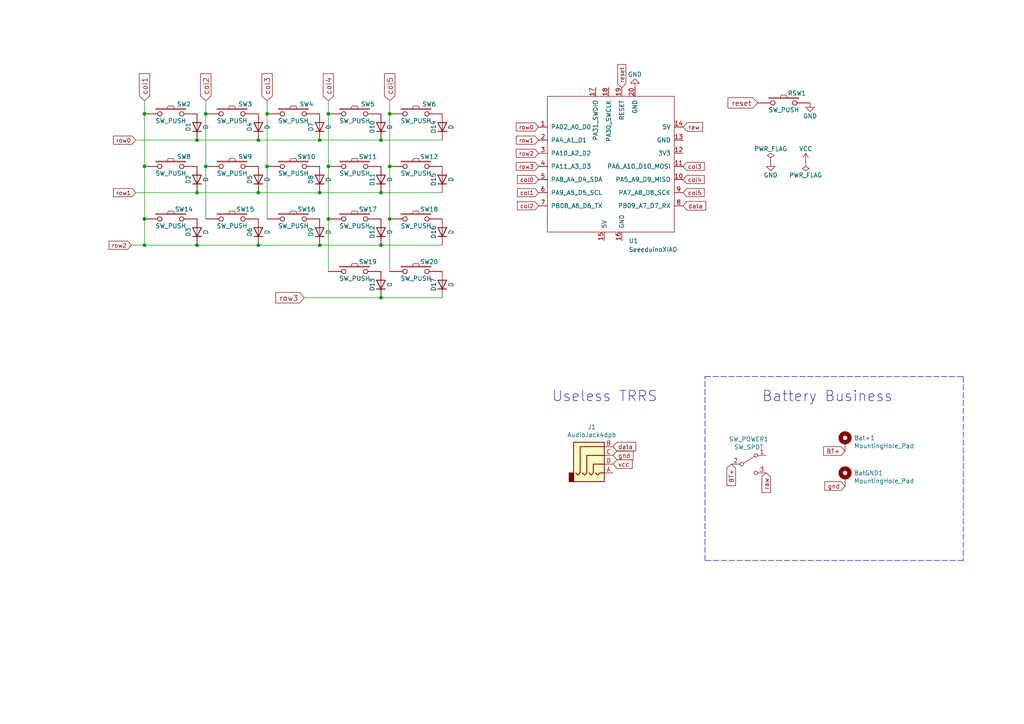
<source format=kicad_sch>
(kicad_sch (version 20211123) (generator eeschema)
  (paper "A4")
  (lib_symbols
    (symbol "Device:D" (pin_numbers hide) (pin_names (offset 1.016) hide)
      (property "Reference" "D" (at 0 2.54 0))
      (property "Value" "D" (at 0 -2.54 0))
      (symbol "D_0_1"
        (polyline (pts (xy -1.27 1.27) (xy -1.27 -1.27)) (stroke (width 0.254)))
        (polyline (pts (xy 1.27 0) (xy -1.27 0)))
        (polyline (pts (xy 1.27 1.27) (xy 1.27 -1.27) (xy -1.27 0) (xy 1.27 1.27)) (stroke (width 0.254)))
      )
      (symbol "D_1_1"
        (pin passive line (at -3.81 0 0) (length 2.54) (name "K") (number "1"))
        (pin passive line (at 3.81 0 180) (length 2.54) (name "A") (number "2"))
      )
    )
    (symbol "Mechanical:MountingHole_Pad" (pin_numbers hide) (pin_names (offset 1.016) hide)
      (property "Reference" "H" (at 0 6.35 0))
      (property "Value" "MountingHole_Pad" (at 0 4.445 0))
      (symbol "MountingHole_Pad_0_1"
        (circle (center 0 1.27) (radius 1.27) (stroke (width 1.27)))
      )
      (symbol "MountingHole_Pad_1_1"
        (pin input line (at 0 -2.54 90) (length 2.54) (name "1") (number "1"))
      )
    )
    (symbol "Switch:SW_SPDT" (pin_names (offset 0) hide)
      (property "Reference" "SW" (at 0 4.318 0))
      (property "Value" "SW_SPDT" (at 0 -5.08 0))
      (symbol "SW_SPDT_0_0"
        (circle (center -2.032 0) (radius 0.508))
        (circle (center 2.032 -2.54) (radius 0.508))
      )
      (symbol "SW_SPDT_0_1"
        (polyline (pts (xy -1.524 0.254) (xy 1.651 2.286)))
        (circle (center 2.032 2.54) (radius 0.508))
      )
      (symbol "SW_SPDT_1_1"
        (pin passive line (at 5.08 2.54 180) (length 2.54) (name "A") (number "1"))
        (pin passive line (at -5.08 0 0) (length 2.54) (name "B") (number "2"))
        (pin passive line (at 5.08 -2.54 180) (length 2.54) (name "C") (number "3"))
      )
    )
    (symbol "kbd:SW_PUSH" (pin_numbers hide) (pin_names (offset 1.016) hide)
      (property "Reference" "SW" (at 3.81 2.794 0))
      (property "Value" "kbd_SW_PUSH" (at 0 -2.032 0))
      (symbol "SW_PUSH_0_1"
        (rectangle (start -4.318 1.27) (end 4.318 1.524))
        (polyline (pts (xy -1.016 1.524) (xy -0.762 2.286) (xy 0.762 2.286) (xy 1.016 1.524)))
        (pin passive inverted (at -7.62 0 0) (length 5.08) (name "1") (number "1"))
        (pin passive inverted (at 7.62 0 180) (length 5.08) (name "2") (number "2"))
      )
    )
    (symbol "power:GND" (power) (pin_names (offset 0))
      (property "Value" "GND" (at 0 -3.81 0))
      (symbol "GND_0_1"
        (polyline (pts (xy 0 0) (xy 0 -1.27) (xy 1.27 -1.27) (xy 0 -2.54) (xy -1.27 -1.27) (xy 0 -1.27)))
      )
      (symbol "GND_1_1"
        (pin power_in line (at 0 0 270) (length 0) hide (name "GND") (number "1"))
      )
    )
    (symbol "power:PWR_FLAG" (power) (pin_numbers hide) (pin_names (offset 0) hide)
      (property "Value" "PWR_FLAG" (at 0 3.81 0))
      (symbol "PWR_FLAG_0_0"
        (pin power_out line (at 0 0 90) (length 0) (name "pwr") (number "1"))
      )
      (symbol "PWR_FLAG_0_1"
        (polyline (pts (xy 0 0) (xy 0 1.27) (xy -1.016 1.905) (xy 0 2.54) (xy 1.016 1.905) (xy 0 1.27)))
      )
    )
    (symbol "power:VCC" (power) (pin_names (offset 0))
      (property "Value" "VCC" (at 0 3.81 0))
      (symbol "VCC_0_1"
        (polyline (pts (xy -0.762 1.27) (xy 0 2.54)))
        (polyline (pts (xy 0 0) (xy 0 2.54)))
        (polyline (pts (xy 0 2.54) (xy 0.762 1.27)))
      )
      (symbol "VCC_1_1"
        (pin power_in line (at 0 0 90) (length 0) hide (name "VCC") (number "1"))
      )
    )
    (symbol "tokas_bp:AudioJack4dpb"
      (property "Reference" "J" (at 0 8.89 0))
      (property "Value" "tokas_bp_AudioJack4dpb" (at 0 6.35 0))
      (symbol "AudioJack4dpb_0_1"
        (rectangle (start -6.35 -5.08) (end -7.62 -7.62) (stroke (width 0.254)) (fill (type outline)))
        (polyline (pts (xy 0 -5.08) (xy 0.635 -5.715) (xy 1.27 -5.08) (xy 2.54 -5.08)) (stroke (width 0.254)))
        (polyline (pts (xy -5.715 -5.08) (xy -5.08 -5.715) (xy -4.445 -5.08) (xy -4.445 2.54) (xy 2.54 2.54)) (stroke (width 0.254)))
        (polyline (pts (xy -1.905 -5.08) (xy -1.27 -5.715) (xy -0.635 -5.08) (xy -0.635 -2.54) (xy 2.54 -2.54)) (stroke (width 0.254)))
        (polyline (pts (xy 2.54 0) (xy -2.54 0) (xy -2.54 -5.08) (xy -3.175 -5.715) (xy -3.81 -5.08)) (stroke (width 0.254)))
        (rectangle (start 2.54 3.81) (end -6.35 -7.62) (stroke (width 0.254)) (fill (type background)))
      )
      (symbol "AudioJack4dpb_1_1"
        (pin passive line (at 5.08 -5.08 180) (length 2.54) (name "~") (number "A"))
        (pin passive line (at 5.08 2.54 180) (length 2.54) (name "~") (number "B"))
        (pin passive line (at 5.08 0 180) (length 2.54) (name "~") (number "C"))
        (pin passive line (at 5.08 -2.54 180) (length 2.54) (name "~") (number "D"))
      )
    )
    (symbol "xaio:SeeeduinoXIAO" (pin_names (offset 1.016))
      (property "Reference" "U" (at -19.05 22.86 0))
      (property "Value" "SeeeduinoXIAO" (at -12.7 21.59 0))
      (symbol "SeeeduinoXIAO_0_1"
        (rectangle (start -19.05 20.32) (end 17.78 -19.05))
      )
      (symbol "SeeeduinoXIAO_1_1"
        (pin unspecified line (at -21.59 11.43 0) (length 2.54) (name "PA02_A0_D0") (number "1"))
        (pin unspecified line (at 20.32 -3.81 180) (length 2.54) (name "PA5_A9_D9_MISO") (number "10"))
        (pin unspecified line (at 20.32 0 180) (length 2.54) (name "PA6_A10_D10_MOSI") (number "11"))
        (pin unspecified line (at 20.32 3.81 180) (length 2.54) (name "3V3") (number "12"))
        (pin unspecified line (at 20.32 7.62 180) (length 2.54) (name "GND") (number "13"))
        (pin unspecified line (at 20.32 11.43 180) (length 2.54) (name "5V") (number "14"))
        (pin input line (at -2.54 -21.59 90) (length 2.54) (name "5V") (number "15"))
        (pin input line (at 2.54 -21.59 90) (length 2.54) (name "GND") (number "16"))
        (pin input line (at -5.08 22.86 270) (length 2.54) (name "PA31_SWDIO") (number "17"))
        (pin input line (at -1.27 22.86 270) (length 2.54) (name "PA30_SWCLK") (number "18"))
        (pin input line (at 2.54 22.86 270) (length 2.54) (name "RESET") (number "19"))
        (pin unspecified line (at -21.59 7.62 0) (length 2.54) (name "PA4_A1_D1") (number "2"))
        (pin input line (at 6.35 22.86 270) (length 2.54) (name "GND") (number "20"))
        (pin unspecified line (at -21.59 3.81 0) (length 2.54) (name "PA10_A2_D2") (number "3"))
        (pin unspecified line (at -21.59 0 0) (length 2.54) (name "PA11_A3_D3") (number "4"))
        (pin unspecified line (at -21.59 -3.81 0) (length 2.54) (name "PA8_A4_D4_SDA") (number "5"))
        (pin unspecified line (at -21.59 -7.62 0) (length 2.54) (name "PA9_A5_D5_SCL") (number "6"))
        (pin unspecified line (at -21.59 -11.43 0) (length 2.54) (name "PB08_A6_D6_TX") (number "7"))
        (pin unspecified line (at 20.32 -11.43 180) (length 2.54) (name "PB09_A7_D7_RX") (number "8"))
        (pin unspecified line (at 20.32 -7.62 180) (length 2.54) (name "PA7_A8_D8_SCK") (number "9"))
      )
    )
  )
  (junction (at 74.93 71.12))
  (junction (at 74.93 40.64))
  (junction (at 77.47 48.26))
  (junction (at 110.49 55.88))
  (junction (at 113.03 48.26))
  (junction (at 113.03 33.02))
  (junction (at 74.93 55.88))
  (junction (at 59.69 48.26))
  (junction (at 57.15 71.12))
  (junction (at 95.25 48.26))
  (junction (at 92.71 40.64))
  (junction (at 41.91 33.02))
  (junction (at 57.15 55.88))
  (junction (at 92.71 55.88))
  (junction (at 77.47 33.02))
  (junction (at 110.49 40.64))
  (junction (at 95.25 63.5))
  (junction (at 113.03 63.5))
  (junction (at 110.49 86.36))
  (junction (at 110.49 71.12))
  (junction (at 57.15 40.64))
  (junction (at 41.91 63.5))
  (junction (at 95.25 33.02))
  (junction (at 41.91 48.26))
  (junction (at 92.71 71.12))
  (junction (at 41.91 71.12))
  (junction (at 59.69 33.02))
  (wire (pts (xy 110.49 86.36) (xy 128.27 86.36)))
  (polyline (pts (xy 204.47 162.56) (xy 204.47 109.22)))
  (wire (pts (xy 92.71 55.88) (xy 110.49 55.88)))
  (polyline (pts (xy 204.47 109.22) (xy 279.4 109.22)))
  (wire (pts (xy 95.25 48.26) (xy 95.25 63.5)))
  (wire (pts (xy 57.15 55.88) (xy 74.93 55.88)))
  (wire (pts (xy 74.93 71.12) (xy 92.71 71.12)))
  (wire (pts (xy 41.91 33.02) (xy 41.91 48.26)))
  (wire (pts (xy 59.69 29.21) (xy 59.69 33.02)))
  (wire (pts (xy 88.265 86.36) (xy 110.49 86.36)))
  (wire (pts (xy 38.1 71.12) (xy 41.91 71.12)))
  (wire (pts (xy 77.47 29.21) (xy 77.47 33.02)))
  (wire (pts (xy 39.37 40.64) (xy 57.15 40.64)))
  (wire (pts (xy 95.25 33.02) (xy 95.25 48.26)))
  (wire (pts (xy 74.93 55.88) (xy 92.71 55.88)))
  (wire (pts (xy 39.37 55.88) (xy 57.15 55.88)))
  (wire (pts (xy 57.15 71.12) (xy 74.93 71.12)))
  (wire (pts (xy 95.25 63.5) (xy 95.25 78.74)))
  (wire (pts (xy 77.47 48.26) (xy 77.47 63.5)))
  (wire (pts (xy 77.47 33.02) (xy 77.47 48.26)))
  (wire (pts (xy 59.69 33.02) (xy 59.69 48.26)))
  (polyline (pts (xy 279.4 109.22) (xy 279.4 162.56)))
  (wire (pts (xy 110.49 55.88) (xy 128.27 55.88)))
  (wire (pts (xy 110.49 40.64) (xy 128.27 40.64)))
  (wire (pts (xy 41.91 63.5) (xy 41.91 71.12)))
  (wire (pts (xy 41.91 71.12) (xy 57.15 71.12)))
  (wire (pts (xy 92.71 40.64) (xy 110.49 40.64)))
  (wire (pts (xy 113.03 63.5) (xy 113.03 78.74)))
  (wire (pts (xy 113.03 29.21) (xy 113.03 33.02)))
  (wire (pts (xy 113.03 33.02) (xy 113.03 48.26)))
  (wire (pts (xy 41.91 48.26) (xy 41.91 63.5)))
  (wire (pts (xy 95.25 29.21) (xy 95.25 33.02)))
  (wire (pts (xy 113.03 48.26) (xy 113.03 63.5)))
  (wire (pts (xy 57.15 40.64) (xy 74.93 40.64)))
  (wire (pts (xy 41.91 29.21) (xy 41.91 33.02)))
  (wire (pts (xy 59.69 48.26) (xy 59.69 63.5)))
  (wire (pts (xy 92.71 71.12) (xy 110.49 71.12)))
  (polyline (pts (xy 279.4 162.56) (xy 204.47 162.56)))
  (wire (pts (xy 110.49 71.12) (xy 128.27 71.12)))
  (wire (pts (xy 74.93 40.64) (xy 92.71 40.64)))
  (text "Battery Business" (at 220.98 116.84 0) (effects (font (size 2.9972 2.9972)) (justify left bottom)))
  (text "Useless TRRS\n" (at 160.02 116.84 0) (effects (font (size 2.9972 2.9972)) (justify left bottom)))
  (global_label "BT+" (shape input) (at 212.09 134.62 270) (property "Intersheet References" "${INTERSHEET_REFS}" (effects hide)))
  (global_label "gnd" (shape input) (at 177.8 132.08 0) (property "Intersheet References" "${INTERSHEET_REFS}" (effects hide)))
  (global_label "col4" (shape input) (at 198.12 52.07 0) (effects (font (size 1.1938 1.1938))) (property "Intersheet References" "${INTERSHEET_REFS}" (effects hide)))
  (global_label "raw" (shape input) (at 198.12 36.83 0) (property "Intersheet References" "${INTERSHEET_REFS}" (effects hide)))
  (global_label "col2" (shape input) (at 59.69 29.21 90) (effects (font (size 1.524 1.524))) (property "Intersheet References" "${INTERSHEET_REFS}" (effects hide)))
  (global_label "col5" (shape input) (at 113.03 29.21 90) (effects (font (size 1.524 1.524))) (property "Intersheet References" "${INTERSHEET_REFS}" (effects hide)))
  (global_label "row0" (shape input) (at 39.37 40.64 180) (effects (font (size 1.1938 1.1938))) (property "Intersheet References" "${INTERSHEET_REFS}" (effects hide)))
  (global_label "col0" (shape input) (at 156.21 52.07 180) (effects (font (size 1.1938 1.1938))) (property "Intersheet References" "${INTERSHEET_REFS}" (effects hide)))
  (global_label "col3" (shape input) (at 77.47 29.21 90) (effects (font (size 1.524 1.524))) (property "Intersheet References" "${INTERSHEET_REFS}" (effects hide)))
  (global_label "row3" (shape input) (at 156.21 48.26 180) (effects (font (size 1.1938 1.1938))) (property "Intersheet References" "${INTERSHEET_REFS}" (effects hide)))
  (global_label "col1" (shape input) (at 41.91 29.21 90) (effects (font (size 1.524 1.524))) (property "Intersheet References" "${INTERSHEET_REFS}" (effects hide)))
  (global_label "reset" (shape input) (at 180.34 25.4 90) (effects (font (size 1.1938 1.1938))) (property "Intersheet References" "${INTERSHEET_REFS}" (effects hide)))
  (global_label "col3" (shape input) (at 198.12 48.26 0) (effects (font (size 1.1938 1.1938))) (property "Intersheet References" "${INTERSHEET_REFS}" (effects hide)))
  (global_label "vcc" (shape input) (at 177.8 134.62 0) (property "Intersheet References" "${INTERSHEET_REFS}" (effects hide)))
  (global_label "row1" (shape input) (at 39.37 55.88 180) (effects (font (size 1.1938 1.1938))) (property "Intersheet References" "${INTERSHEET_REFS}" (effects hide)))
  (global_label "gnd" (shape input) (at 245.11 140.97 180) (property "Intersheet References" "${INTERSHEET_REFS}" (effects hide)))
  (global_label "col5" (shape input) (at 198.12 55.88 0) (effects (font (size 1.1938 1.1938))) (property "Intersheet References" "${INTERSHEET_REFS}" (effects hide)))
  (global_label "row3" (shape input) (at 88.265 86.36 180) (effects (font (size 1.524 1.524))) (property "Intersheet References" "${INTERSHEET_REFS}" (effects hide)))
  (global_label "row2" (shape input) (at 156.21 44.45 180) (effects (font (size 1.1938 1.1938))) (property "Intersheet References" "${INTERSHEET_REFS}" (effects hide)))
  (global_label "BT+" (shape input) (at 245.11 130.81 180) (property "Intersheet References" "${INTERSHEET_REFS}" (effects hide)))
  (global_label "col2" (shape input) (at 156.21 59.69 180) (effects (font (size 1.1938 1.1938))) (property "Intersheet References" "${INTERSHEET_REFS}" (effects hide)))
  (global_label "row2" (shape input) (at 38.1 71.12 180) (effects (font (size 1.1938 1.1938))) (property "Intersheet References" "${INTERSHEET_REFS}" (effects hide)))
  (global_label "col4" (shape input) (at 95.25 29.21 90) (effects (font (size 1.524 1.524))) (property "Intersheet References" "${INTERSHEET_REFS}" (effects hide)))
  (global_label "row0" (shape input) (at 156.21 36.83 180) (effects (font (size 1.1938 1.1938))) (property "Intersheet References" "${INTERSHEET_REFS}" (effects hide)))
  (global_label "row1" (shape input) (at 156.21 40.64 180) (effects (font (size 1.1938 1.1938))) (property "Intersheet References" "${INTERSHEET_REFS}" (effects hide)))
  (global_label "data" (shape input) (at 198.12 59.69 0) (property "Intersheet References" "${INTERSHEET_REFS}" (effects hide)))
  (global_label "data" (shape input) (at 177.8 129.54 0) (property "Intersheet References" "${INTERSHEET_REFS}" (effects hide)))
  (global_label "raw" (shape input) (at 222.25 137.16 270) (property "Intersheet References" "${INTERSHEET_REFS}" (effects hide)))
  (global_label "reset" (shape input) (at 219.71 29.845 180) (effects (font (size 1.524 1.524))) (property "Intersheet References" "${INTERSHEET_REFS}" (effects hide)))
  (global_label "col1" (shape input) (at 156.21 55.88 180) (effects (font (size 1.1938 1.1938))) (property "Intersheet References" "${INTERSHEET_REFS}" (effects hide)))
  (symbol (lib_id "kbd:SW_PUSH") (at 120.65 48.26 0) (unit 1)
    (property "Reference" "SW12" (at 124.46 45.466 0))
    (property "Value" "SW_PUSH" (at 120.65 50.292 0))
    (property "Footprint" "marbla:SW_MX_1u" (effects hide))
  )
  (symbol (lib_id "power:PWR_FLAG") (at 233.68 46.99 180) (unit 1)
    (property "Reference" "#FLG0101" (effects hide))
    (property "Value" "PWR_FLAG" (at 233.68 50.8 0))
  )
  (symbol (lib_id "Device:D") (at 74.93 52.07 90) (unit 1)
    (property "Reference" "D5" (at 72.39 52.07 0))
    (property "Value" "D" (at 77.47 52.07 0))
    (property "Footprint" "kbd:D3_TH" (effects hide))
  )
  (symbol (lib_id "Device:D") (at 128.27 82.55 90) (unit 1)
    (property "Reference" "D17" (at 125.73 82.55 0))
    (property "Value" "D" (at 130.81 82.55 0))
    (property "Footprint" "kbd:D3_TH" (effects hide))
  )
  (symbol (lib_id "xaio:SeeeduinoXIAO") (at 177.8 48.26 0) (unit 1)
    (property "Reference" "U1" (at 182.3594 69.85 0) (effects (justify left)))
    (property "Value" "SeeeduinoXIAO" (at 182.3594 72.39 0) (effects (justify left)))
    (property "Footprint" "xaio:Seeeduino XIAO-MOUDLE14P-2.54-21X17.8MM" (effects hide))
  )
  (symbol (lib_id "kbd:SW_PUSH") (at 120.65 63.5 0) (unit 1)
    (property "Reference" "SW18" (at 124.46 60.706 0))
    (property "Value" "SW_PUSH" (at 120.65 65.532 0))
    (property "Footprint" "marbla:SW_MX_1u" (effects hide))
  )
  (symbol (lib_id "power:GND") (at 184.15 25.4 180) (unit 1)
    (property "Reference" "#PWR0101" (effects hide))
    (property "Value" "GND" (at 184.15 21.59 0))
  )
  (symbol (lib_id "Device:D") (at 57.15 67.31 90) (unit 1)
    (property "Reference" "D3" (at 54.61 67.31 0))
    (property "Value" "D" (at 59.69 67.31 0))
    (property "Footprint" "kbd:D3_TH" (effects hide))
  )
  (symbol (lib_id "power:VCC") (at 233.68 46.99 0) (unit 1)
    (property "Reference" "#PWR0102" (effects hide))
    (property "Value" "VCC" (at 233.68 43.18 0))
  )
  (symbol (lib_id "kbd:SW_PUSH") (at 120.65 78.74 0) (unit 1)
    (property "Reference" "SW20" (at 124.46 75.946 0))
    (property "Value" "SW_PUSH" (at 120.65 80.772 0))
    (property "Footprint" "marbla:SW_MX_1u" (effects hide))
  )
  (symbol (lib_id "Device:D") (at 74.93 67.31 90) (unit 1)
    (property "Reference" "D6" (at 72.39 67.31 0))
    (property "Value" "D" (at 77.47 67.31 0))
    (property "Footprint" "kbd:D3_TH" (effects hide))
  )
  (symbol (lib_id "kbd:SW_PUSH") (at 227.33 29.845 0) (unit 1)
    (property "Reference" "RSW1" (at 231.14 27.051 0))
    (property "Value" "SW_PUSH" (at 227.33 31.877 0))
    (property "Footprint" "kbd:ResetSW_1side" (effects hide))
  )
  (symbol (lib_id "Device:D") (at 74.93 36.83 90) (unit 1)
    (property "Reference" "D4" (at 72.39 36.83 0))
    (property "Value" "D" (at 77.47 36.83 0))
    (property "Footprint" "kbd:D3_TH" (effects hide))
  )
  (symbol (lib_id "Switch:SW_SPDT") (at 217.17 134.62 0) (unit 1)
    (property "Reference" "SW_POWER1" (at 217.17 127.381 0))
    (property "Value" "SW_SPDT" (at 217.17 129.6924 0))
    (property "Footprint" "Kailh:SPDT_C128955" (effects hide))
  )
  (symbol (lib_id "Device:D") (at 110.49 36.83 90) (unit 1)
    (property "Reference" "D10" (at 107.95 36.83 0))
    (property "Value" "D" (at 113.03 36.83 0))
    (property "Footprint" "kbd:D3_TH" (effects hide))
  )
  (symbol (lib_id "Mechanical:MountingHole_Pad") (at 245.11 128.27 0) (unit 1)
    (property "Reference" "Bat+1" (at 247.65 127.0254 0) (effects (justify left)))
    (property "Value" "MountingHole_Pad" (at 247.65 129.3368 0) (effects (justify left)))
    (property "Footprint" "kbd:1pin_conn" (effects hide))
  )
  (symbol (lib_id "kbd:SW_PUSH") (at 102.87 33.02 0) (unit 1)
    (property "Reference" "SW5" (at 106.68 30.226 0))
    (property "Value" "SW_PUSH" (at 102.87 35.052 0))
    (property "Footprint" "marbla:SW_MX_1u" (effects hide))
  )
  (symbol (lib_id "Device:D") (at 92.71 67.31 90) (unit 1)
    (property "Reference" "D9" (at 90.17 67.31 0))
    (property "Value" "D" (at 95.25 67.31 0))
    (property "Footprint" "kbd:D3_TH" (effects hide))
  )
  (symbol (lib_id "Device:D") (at 128.27 36.83 90) (unit 1)
    (property "Reference" "D14" (at 125.73 36.83 0))
    (property "Value" "D" (at 130.81 36.83 0))
    (property "Footprint" "kbd:D3_TH" (effects hide))
  )
  (symbol (lib_id "kbd:SW_PUSH") (at 67.31 63.5 0) (unit 1)
    (property "Reference" "SW15" (at 71.12 60.706 0))
    (property "Value" "SW_PUSH" (at 67.31 65.532 0))
    (property "Footprint" "marbla:SW_MX_1u" (effects hide))
  )
  (symbol (lib_id "power:PWR_FLAG") (at 223.52 46.99 0) (unit 1)
    (property "Reference" "#FLG0102" (effects hide))
    (property "Value" "PWR_FLAG" (at 223.52 43.18 0))
  )
  (symbol (lib_id "kbd:SW_PUSH") (at 85.09 63.5 0) (unit 1)
    (property "Reference" "SW16" (at 88.9 60.706 0))
    (property "Value" "SW_PUSH" (at 85.09 65.532 0))
    (property "Footprint" "marbla:SW_MX_1u" (effects hide))
  )
  (symbol (lib_id "power:GND") (at 223.52 46.99 0) (unit 1)
    (property "Reference" "#PWR0103" (effects hide))
    (property "Value" "GND" (at 223.52 50.8 0))
  )
  (symbol (lib_id "Device:D") (at 110.49 82.55 90) (unit 1)
    (property "Reference" "D13" (at 107.95 82.55 0))
    (property "Value" "D" (at 113.03 82.55 0))
    (property "Footprint" "kbd:D3_TH" (effects hide))
  )
  (symbol (lib_id "kbd:SW_PUSH") (at 85.09 48.26 0) (unit 1)
    (property "Reference" "SW10" (at 88.9 45.466 0))
    (property "Value" "SW_PUSH" (at 85.09 50.292 0))
    (property "Footprint" "marbla:SW_MX_1u" (effects hide))
  )
  (symbol (lib_id "kbd:SW_PUSH") (at 67.31 48.26 0) (unit 1)
    (property "Reference" "SW9" (at 71.12 45.466 0))
    (property "Value" "SW_PUSH" (at 67.31 50.292 0))
    (property "Footprint" "marbla:SW_MX_1u" (effects hide))
  )
  (symbol (lib_id "Device:D") (at 92.71 36.83 90) (unit 1)
    (property "Reference" "D7" (at 90.17 36.83 0))
    (property "Value" "D" (at 95.25 36.83 0))
    (property "Footprint" "kbd:D3_TH" (effects hide))
  )
  (symbol (lib_id "Device:D") (at 57.15 52.07 90) (unit 1)
    (property "Reference" "D2" (at 54.61 52.07 0))
    (property "Value" "D" (at 59.69 52.07 0))
    (property "Footprint" "kbd:D3_TH" (effects hide))
  )
  (symbol (lib_id "Mechanical:MountingHole_Pad") (at 245.11 138.43 0) (unit 1)
    (property "Reference" "BatGND1" (at 247.65 137.1854 0) (effects (justify left)))
    (property "Value" "MountingHole_Pad" (at 247.65 139.4968 0) (effects (justify left)))
    (property "Footprint" "kbd:1pin_conn" (effects hide))
  )
  (symbol (lib_id "kbd:SW_PUSH") (at 120.65 33.02 0) (unit 1)
    (property "Reference" "SW6" (at 124.46 30.226 0))
    (property "Value" "SW_PUSH" (at 120.65 35.052 0))
    (property "Footprint" "marbla:SW_MX_1u" (effects hide))
  )
  (symbol (lib_id "kbd:SW_PUSH") (at 102.87 63.5 0) (unit 1)
    (property "Reference" "SW17" (at 106.68 60.706 0))
    (property "Value" "SW_PUSH" (at 102.87 65.532 0))
    (property "Footprint" "marbla:SW_MX_1u" (effects hide))
  )
  (symbol (lib_id "tokas_bp:AudioJack4dpb") (at 172.72 132.08 0) (unit 1)
    (property "Reference" "J1" (at 171.6278 123.825 0))
    (property "Value" "AudioJack4dpb" (at 171.6278 126.1364 0))
    (property "Footprint" "kbd:MJ-4PP-9" (effects hide))
  )
  (symbol (lib_id "kbd:SW_PUSH") (at 49.53 63.5 0) (unit 1)
    (property "Reference" "SW14" (at 53.34 60.706 0))
    (property "Value" "SW_PUSH" (at 49.53 65.532 0))
    (property "Footprint" "marbla:SW_MX_1u" (effects hide))
  )
  (symbol (lib_id "kbd:SW_PUSH") (at 102.87 78.74 0) (unit 1)
    (property "Reference" "SW19" (at 106.68 75.946 0))
    (property "Value" "SW_PUSH" (at 102.87 80.772 0))
    (property "Footprint" "marbla:SW_MX_1u" (effects hide))
  )
  (symbol (lib_id "Device:D") (at 110.49 67.31 90) (unit 1)
    (property "Reference" "D12" (at 107.95 67.31 0))
    (property "Value" "D" (at 113.03 67.31 0))
    (property "Footprint" "kbd:D3_TH" (effects hide))
  )
  (symbol (lib_id "Device:D") (at 110.49 52.07 90) (unit 1)
    (property "Reference" "D11" (at 107.95 52.07 0))
    (property "Value" "D" (at 113.03 52.07 0))
    (property "Footprint" "kbd:D3_TH" (effects hide))
  )
  (symbol (lib_id "kbd:SW_PUSH") (at 102.87 48.26 0) (unit 1)
    (property "Reference" "SW11" (at 106.68 45.466 0))
    (property "Value" "SW_PUSH" (at 102.87 50.292 0))
    (property "Footprint" "marbla:SW_MX_1u" (effects hide))
  )
  (symbol (lib_id "kbd:SW_PUSH") (at 49.53 48.26 0) (unit 1)
    (property "Reference" "SW8" (at 53.34 45.466 0))
    (property "Value" "SW_PUSH" (at 49.53 50.292 0))
    (property "Footprint" "marbla:SW_MX_1u" (effects hide))
  )
  (symbol (lib_id "Device:D") (at 128.27 67.31 90) (unit 1)
    (property "Reference" "D16" (at 125.73 67.31 0))
    (property "Value" "D" (at 130.81 67.31 0))
    (property "Footprint" "kbd:D3_TH" (effects hide))
  )
  (symbol (lib_id "kbd:SW_PUSH") (at 67.31 33.02 0) (unit 1)
    (property "Reference" "SW3" (at 71.12 30.226 0))
    (property "Value" "SW_PUSH" (at 67.31 35.052 0))
    (property "Footprint" "marbla:SW_MX_1u" (effects hide))
  )
  (symbol (lib_id "kbd:SW_PUSH") (at 85.09 33.02 0) (unit 1)
    (property "Reference" "SW4" (at 88.9 30.226 0))
    (property "Value" "SW_PUSH" (at 85.09 35.052 0))
    (property "Footprint" "marbla:SW_MX_1u" (effects hide))
  )
  (symbol (lib_id "Device:D") (at 57.15 36.83 90) (unit 1)
    (property "Reference" "D1" (at 54.61 36.83 0))
    (property "Value" "D" (at 59.69 36.83 0))
    (property "Footprint" "Diode_SMD:D_1206_3216Metric" (effects hide))
  )
  (symbol (lib_id "kbd:SW_PUSH") (at 49.53 33.02 0) (unit 1)
    (property "Reference" "SW2" (at 53.34 30.226 0))
    (property "Value" "SW_PUSH" (at 49.53 35.052 0))
    (property "Footprint" "marbla:SW_MX_1u" (effects hide))
  )
  (symbol (lib_id "Device:D") (at 92.71 52.07 90) (unit 1)
    (property "Reference" "D8" (at 90.17 52.07 0))
    (property "Value" "D" (at 95.25 52.07 0))
    (property "Footprint" "kbd:D3_TH" (effects hide))
  )
  (symbol (lib_id "power:GND") (at 234.95 29.845 0) (unit 1)
    (property "Reference" "#PWR0104" (effects hide))
    (property "Value" "GND" (at 234.95 33.655 0))
  )
  (symbol (lib_id "Device:D") (at 128.27 52.07 90) (unit 1)
    (property "Reference" "D15" (at 125.73 52.07 0))
    (property "Value" "D" (at 130.81 52.07 0))
    (property "Footprint" "kbd:D3_TH" (effects hide))
  )
)
</source>
